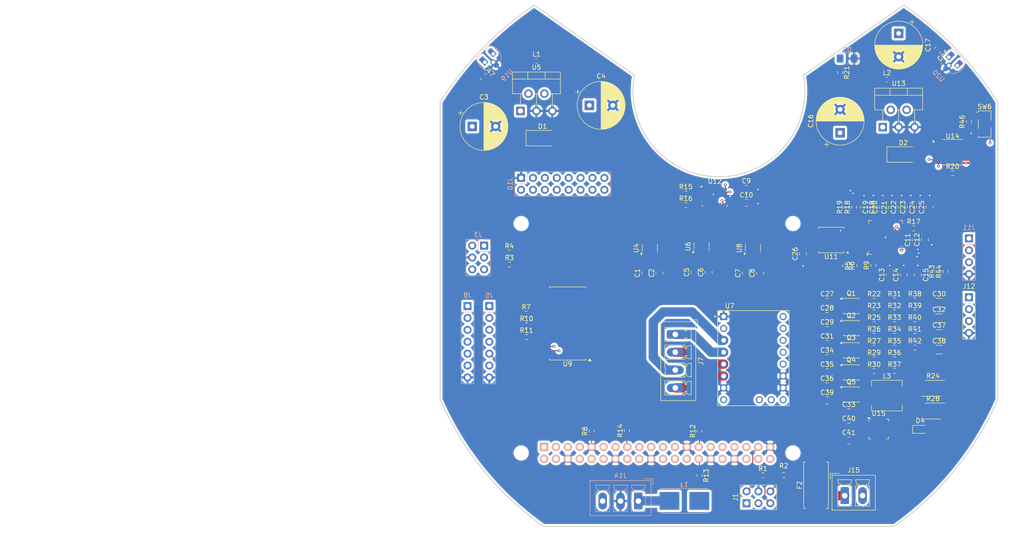
<source format=kicad_pcb>
(kicad_pcb
	(version 20240108)
	(generator "pcbnew")
	(generator_version "8.0")
	(general
		(thickness 1.6)
		(legacy_teardrops no)
	)
	(paper "A4")
	(layers
		(0 "F.Cu" signal)
		(1 "In1.Cu" signal)
		(2 "In2.Cu" signal)
		(31 "B.Cu" signal)
		(32 "B.Adhes" user "B.Adhesive")
		(33 "F.Adhes" user "F.Adhesive")
		(34 "B.Paste" user)
		(35 "F.Paste" user)
		(36 "B.SilkS" user "B.Silkscreen")
		(37 "F.SilkS" user "F.Silkscreen")
		(38 "B.Mask" user)
		(39 "F.Mask" user)
		(40 "Dwgs.User" user "User.Drawings")
		(41 "Cmts.User" user "User.Comments")
		(42 "Eco1.User" user "User.Eco1")
		(43 "Eco2.User" user "User.Eco2")
		(44 "Edge.Cuts" user)
		(45 "Margin" user)
		(46 "B.CrtYd" user "B.Courtyard")
		(47 "F.CrtYd" user "F.Courtyard")
		(48 "B.Fab" user)
		(49 "F.Fab" user)
		(50 "User.1" user)
		(51 "User.2" user)
		(52 "User.3" user)
		(53 "User.4" user)
		(54 "User.5" user)
		(55 "User.6" user)
		(56 "User.7" user)
		(57 "User.8" user)
		(58 "User.9" user)
	)
	(setup
		(stackup
			(layer "F.SilkS"
				(type "Top Silk Screen")
			)
			(layer "F.Paste"
				(type "Top Solder Paste")
			)
			(layer "F.Mask"
				(type "Top Solder Mask")
				(thickness 0.01)
			)
			(layer "F.Cu"
				(type "copper")
				(thickness 0.035)
			)
			(layer "dielectric 1"
				(type "prepreg")
				(thickness 0.1)
				(material "FR4")
				(epsilon_r 4.5)
				(loss_tangent 0.02)
			)
			(layer "In1.Cu"
				(type "copper")
				(thickness 0.035)
			)
			(layer "dielectric 2"
				(type "core")
				(thickness 1.24)
				(material "FR4")
				(epsilon_r 4.5)
				(loss_tangent 0.02)
			)
			(layer "In2.Cu"
				(type "copper")
				(thickness 0.035)
			)
			(layer "dielectric 3"
				(type "prepreg")
				(thickness 0.1)
				(material "FR4")
				(epsilon_r 4.5)
				(loss_tangent 0.02)
			)
			(layer "B.Cu"
				(type "copper")
				(thickness 0.035)
			)
			(layer "B.Mask"
				(type "Bottom Solder Mask")
				(thickness 0.01)
			)
			(layer "B.Paste"
				(type "Bottom Solder Paste")
			)
			(layer "B.SilkS"
				(type "Bottom Silk Screen")
			)
			(copper_finish "None")
			(dielectric_constraints no)
		)
		(pad_to_mask_clearance 0)
		(allow_soldermask_bridges_in_footprints no)
		(pcbplotparams
			(layerselection 0x00010fc_ffffffff)
			(plot_on_all_layers_selection 0x0000000_00000000)
			(disableapertmacros no)
			(usegerberextensions no)
			(usegerberattributes yes)
			(usegerberadvancedattributes yes)
			(creategerberjobfile yes)
			(dashed_line_dash_ratio 12.000000)
			(dashed_line_gap_ratio 3.000000)
			(svgprecision 4)
			(plotframeref no)
			(viasonmask no)
			(mode 1)
			(useauxorigin no)
			(hpglpennumber 1)
			(hpglpenspeed 20)
			(hpglpendiameter 15.000000)
			(pdf_front_fp_property_popups yes)
			(pdf_back_fp_property_popups yes)
			(dxfpolygonmode yes)
			(dxfimperialunits yes)
			(dxfusepcbnewfont yes)
			(psnegative no)
			(psa4output no)
			(plotreference yes)
			(plotvalue yes)
			(plotfptext yes)
			(plotinvisibletext no)
			(sketchpadsonfab no)
			(subtractmaskfromsilk no)
			(outputformat 1)
			(mirror no)
			(drillshape 1)
			(scaleselection 1)
			(outputdirectory "")
		)
	)
	(net 0 "")
	(net 1 "+5V")
	(net 2 "-BATT")
	(net 3 "Net-(M1-+)")
	(net 4 "VBUS")
	(net 5 "Net-(J5-Pin_2)")
	(net 6 "Net-(J8-Pin_2)")
	(net 7 "Net-(U12-CAP)")
	(net 8 "+3.3V")
	(net 9 "Net-(C11-Pad2)")
	(net 10 "Net-(U10-XIN)")
	(net 11 "Net-(U10-VREG_VOUT)")
	(net 12 "Net-(D1-K)")
	(net 13 "Net-(D2-K)")
	(net 14 "Bumper-F-R")
	(net 15 "US-Dist-Echo-Front")
	(net 16 "US-Dist-Trig-Front")
	(net 17 "Bumper-F-L")
	(net 18 "Bumper-B-R")
	(net 19 "US-Dist-Echo-Back")
	(net 20 "US-Dist-Trig-Back")
	(net 21 "Bumper-B-L")
	(net 22 "BottleDoor-UserButton-1")
	(net 23 "BottleDoor-Contact-1")
	(net 24 "BottleDoor-User-LED-1")
	(net 25 "BottleDoor-ServoPWM-1")
	(net 26 "Net-(J7-Pin_3)")
	(net 27 "Net-(J7-Pin_4)")
	(net 28 "Net-(J7-Pin_2)")
	(net 29 "Net-(J7-Pin_1)")
	(net 30 "BottleDoor-UserButton-2")
	(net 31 "BottleDoor-Contact-2")
	(net 32 "BottleDoor-User-LED-2")
	(net 33 "BottleDoor-ServoPWM-2")
	(net 34 "Net-(Q1-G)")
	(net 35 "Net-(Q2-D)")
	(net 36 "unconnected-(J10-Pin_9-Pad9)")
	(net 37 "Net-(U15-ACN)")
	(net 38 "unconnected-(J10-Pin_3-Pad3)")
	(net 39 "unconnected-(J10-Pin_8-Pad8)")
	(net 40 "unconnected-(J10-Pin_10-Pad10)")
	(net 41 "ChargeArm-PowerSwitch")
	(net 42 "unconnected-(U4-~{FLG}-Pad3)")
	(net 43 "unconnected-(U4-GND-Pad2)")
	(net 44 "unconnected-(U6-GND-Pad2)")
	(net 45 "BottleDoor-PowerSwitch-1")
	(net 46 "unconnected-(U6-~{FLG}-Pad3)")
	(net 47 "unconnected-(U8-GND-Pad2)")
	(net 48 "BottleDoor-PowerSwitch-2")
	(net 49 "unconnected-(U8-~{FLG}-Pad3)")
	(net 50 "unconnected-(U9-IO0_3-Pad7)")
	(net 51 "I2C-SCL")
	(net 52 "unconnected-(U9-IO1_0-Pad13)")
	(net 53 "Net-(U15-ACP)")
	(net 54 "unconnected-(U9-IO0_6-Pad10)")
	(net 55 "Net-(U1-GPIO22{slash}SDIO_CLK)")
	(net 56 "unconnected-(U9-IO0_7-Pad11)")
	(net 57 "Net-(U15-VCC)")
	(net 58 "I2C-SDA")
	(net 59 "Net-(Q3-D)")
	(net 60 "unconnected-(U10-GPIO22-Pad34)")
	(net 61 "Net-(U10-XOUT)")
	(net 62 "unconnected-(U10-GPIO18-Pad29)")
	(net 63 "unconnected-(U10-GPIO28_ADC2-Pad40)")
	(net 64 "Motor-SpreadChop")
	(net 65 "Net-(Q3-G)")
	(net 66 "TrackMagnetDetect1")
	(net 67 "Net-(U10-QSPI_SS)")
	(net 68 "TrackMagnetDetect2")
	(net 69 "Motor-EN")
	(net 70 "Net-(U10-USB_DM)")
	(net 71 "Net-(D4-A)")
	(net 72 "Motor-DIAG")
	(net 73 "unconnected-(U10-GPIO13-Pad16)")
	(net 74 "unconnected-(U10-GPIO17-Pad28)")
	(net 75 "unconnected-(U10-GPIO20-Pad31)")
	(net 76 "Net-(U10-QSPI_SD0)")
	(net 77 "unconnected-(U10-GPIO23-Pad35)")
	(net 78 "MotionC-RST")
	(net 79 "Net-(U10-QSPI_SD2)")
	(net 80 "Motor-1Wire-UART")
	(net 81 "unconnected-(U10-GPIO24-Pad36)")
	(net 82 "Net-(U10-QSPI_SD3)")
	(net 83 "Net-(U10-GPIO0)")
	(net 84 "Net-(U10-QSPI_SD1)")
	(net 85 "unconnected-(U10-GPIO19-Pad30)")
	(net 86 "Net-(U10-QSPI_SCLK)")
	(net 87 "Motor-Dir")
	(net 88 "Motor-IDX")
	(net 89 "Net-(U10-USB_DP)")
	(net 90 "unconnected-(U10-GPIO21-Pad32)")
	(net 91 "unconnected-(U10-SWCLK-Pad24)")
	(net 92 "Net-(D4-K)")
	(net 93 "unconnected-(U10-GPIO16-Pad27)")
	(net 94 "unconnected-(U10-SWD-Pad25)")
	(net 95 "Motor-Step")
	(net 96 "unconnected-(U10-GPIO29_ADC3-Pad41)")
	(net 97 "DrivePermission")
	(net 98 "Net-(Q5-D)")
	(net 99 "unconnected-(U12-PIN15-Pad15)")
	(net 100 "unconnected-(U12-PIN22-Pad22)")
	(net 101 "unconnected-(U12-PIN24-Pad24)")
	(net 102 "unconnected-(U12-BL_IND-Pad10)")
	(net 103 "unconnected-(U12-XIN32-Pad27)")
	(net 104 "Net-(U12-~{BOOT_LOAD_PIN})")
	(net 105 "unconnected-(U12-PIN23-Pad23)")
	(net 106 "Net-(U12-~{RESET})")
	(net 107 "unconnected-(U12-PIN12-Pad12)")
	(net 108 "unconnected-(U12-PIN7-Pad7)")
	(net 109 "unconnected-(U12-PIN1-Pad1)")
	(net 110 "unconnected-(U12-PIN13-Pad13)")
	(net 111 "IMU-INT")
	(net 112 "unconnected-(U12-PIN21-Pad21)")
	(net 113 "unconnected-(U12-PIN8-Pad8)")
	(net 114 "unconnected-(U12-XOUT32-Pad26)")
	(net 115 "unconnected-(U12-PIN16-Pad16)")
	(net 116 "Net-(U15-SRN)")
	(net 117 "PowerMonAlert")
	(net 118 "Net-(U15-SRP)")
	(net 119 "unconnected-(U14-NC-Pad13)")
	(net 120 "Net-(C37-Pad1)")
	(net 121 "Net-(C39-Pad2)")
	(net 122 "Net-(U15-TTC)")
	(net 123 "VCC")
	(net 124 "Net-(D3-A)")
	(net 125 "/DATA")
	(net 126 "unconnected-(J10-Pin_12-Pad12)")
	(net 127 "/RST")
	(net 128 "unconnected-(J10-Pin_11-Pad11)")
	(net 129 "/DC")
	(net 130 "unconnected-(J10-Pin_7-Pad7)")
	(net 131 "/CLK")
	(net 132 "unconnected-(J10-Pin_6-Pad6)")
	(net 133 "/CS")
	(net 134 "unconnected-(J10-Pin_13-Pad13)")
	(net 135 "USB_D-")
	(net 136 "USB_D+")
	(net 137 "unconnected-(J11-Pin_1-Pad1)")
	(net 138 "Net-(L3-Pad2)")
	(net 139 "+VDC")
	(net 140 "Net-(Q2-S-Pad1)")
	(net 141 "Net-(Q4-G)")
	(net 142 "Net-(Q5-G)")
	(net 143 "MotionC-BootOpt")
	(net 144 "Net-(U10-GPIO25)")
	(net 145 "Net-(U15-~{ACDRV})")
	(net 146 "Net-(U15-~{BATDRV})")
	(net 147 "ChargerStat1")
	(net 148 "ChargerStat2")
	(net 149 "ChargerStatPG")
	(net 150 "Net-(U15-ISET2)")
	(net 151 "Net-(U15-ISET1)")
	(net 152 "Net-(U15-ACSET)")
	(net 153 "+BATT")
	(net 154 "Net-(U15-TS)")
	(net 155 "I2C-SDA-MC")
	(net 156 "I2C-SCL-MC")
	(net 157 "Net-(SW6-A)")
	(net 158 "Net-(U14-VBUS)")
	(net 159 "unconnected-(U1-SDA_I2C1{slash}GPIO02-Pad3)")
	(net 160 "unconnected-(U1-3V3-Pad1)")
	(net 161 "unconnected-(U1-~{CE1}_SPI0{slash}GPIO07-Pad26)")
	(net 162 "Net-(SW6-B)")
	(net 163 "unconnected-(U1-SCL_I2C1{slash}GPIO03-Pad5)")
	(net 164 "unconnected-(U1-GPIO15{slash}UART_RXD-Pad10)")
	(net 165 "ChargeArm-ServoPWM")
	(net 166 "unconnected-(U1-GPCLK2{slash}GPIO06-Pad31)")
	(net 167 "unconnected-(U1-MISO_SPI0{slash}GPIO09-Pad21)")
	(net 168 "unconnected-(U1-3V3-Pad1)_1")
	(net 169 "unconnected-(U7-PDN-Pad11)")
	(net 170 "unconnected-(U1-GPIO16{slash}SPI1_~{CE2}-Pad36)")
	(net 171 "Net-(F1-Pad1)")
	(net 172 "Net-(Q1-D)")
	(net 173 "Earth")
	(net 174 "Net-(J14-Pin_3)")
	(footprint "Package_TO_SOT_SMD:SOT-23-5_HandSoldering" (layer "F.Cu") (at 119.4 89 90))
	(footprint "Capacitor_SMD:C_0805_2012Metric" (layer "F.Cu") (at 109.95 94.15 90))
	(footprint "Resistor_SMD:R_0603_1608Metric_Pad0.98x0.95mm_HandSolder" (layer "F.Cu") (at 67.4125 89.99))
	(footprint "Capacitor_SMD:C_0805_2012Metric" (layer "F.Cu") (at 154.6 94.7125 -90))
	(footprint "Inductor_SMD:L_0603_1608Metric" (layer "F.Cu") (at 148 53))
	(footprint "Diode_SMD:D_SMA" (layer "F.Cu") (at 151.5 69))
	(footprint "Package_SO:SOIC-8_5.23x5.23mm_P1.27mm" (layer "F.Cu") (at 136.1 87.2625 180))
	(footprint "Capacitor_THT:CP_Radial_D10.0mm_P5.00mm" (layer "F.Cu") (at 59.5 63))
	(footprint "Connector_Phoenix_MC:PhoenixContact_MCV_1,5_4-G-3.81_1x04_P3.81mm_Vertical" (layer "F.Cu") (at 102.84 107.42 -90))
	(footprint "Resistor_SMD:R_0603_1608Metric_Pad0.98x0.95mm_HandSolder" (layer "F.Cu") (at 71.0875 108))
	(footprint "Capacitor_SMD:C_1206_3216Metric_Pad1.33x1.80mm_HandSolder" (layer "F.Cu") (at 159.13 100.63))
	(footprint "Package_TO_SOT_SMD:SOT-23-5_HandSoldering" (layer "F.Cu") (at 108.45 88.65 90))
	(footprint "Capacitor_SMD:C_0805_2012Metric" (layer "F.Cu") (at 118 76.3275))
	(footprint "Resistor_SMD:R_0603_1608Metric_Pad0.98x0.95mm_HandSolder" (layer "F.Cu") (at 153.95 105.23))
	(footprint "Resistor_SMD:R_0603_1608Metric_Pad0.98x0.95mm_HandSolder" (layer "F.Cu") (at 105.0875 77.3275))
	(footprint "Capacitor_SMD:C_0805_2012Metric" (layer "F.Cu") (at 135.23 106.48))
	(footprint "Package_SO:Vishay_PowerPAK_1212-8_Single" (layer "F.Cu") (at 140.37 115.55))
	(footprint "Capacitor_SMD:C_0805_2012Metric" (layer "F.Cu") (at 118 79.3375))
	(footprint "Package_DFN_QFN:VQFN-24-1EP_4x4mm_P0.5mm_EP2.45x2.45mm" (layer "F.Cu") (at 146.23 127.63))
	(footprint "Capacitor_SMD:C_0805_2012Metric" (layer "F.Cu") (at 117.9 94.35 90))
	(footprint "Inductor_SMD:L_0603_1608Metric" (layer "F.Cu") (at 73.2125 49))
	(footprint "Capacitor_SMD:C_0805_2012Metric" (layer "F.Cu") (at 61.828249 52.328249 -45))
	(footprint "Package_TO_SOT_THT:TO-220-5_P3.4x3.7mm_StaggerOdd_Lead3.8mm_Vertical" (layer "F.Cu") (at 147.1 63.15))
	(footprint "Capacitor_SMD:C_0805_2012Metric" (layer "F.Cu") (at 147.1 80.262501 90))
	(footprint "Capacitor_SMD:C_0805_2012Metric" (layer "F.Cu") (at 145.1 80.262501 90))
	(footprint "Package_TO_SOT_THT:TO-220-5_P3.4x3.7mm_StaggerOdd_Lead3.8mm_Vertical" (layer "F.Cu") (at 69.8 59.7))
	(footprint "Resistor_SMD:R_0603_1608Metric_Pad0.98x0.95mm_HandSolder" (layer "F.Cu") (at 145.25 112.76))
	(footprint "Capacitor_SMD:C_0805_2012Metric"
		(layer "F.Cu")
		(uuid "3c9da93b-caf9-409e-936b-3239a70b9f44")
		(at 96.44 94.3 90)
		(descr "Capacitor SMD 0805 (2012 Metric), square (rectangular) end terminal, IPC_7351 nominal, (Body size source: IPC-SM-782 page 76, https://www.pcb-3d.com/wordpress/wp-content/uploads/ipc-sm-782a_amendment_1_and_2.pdf, https://docs.google.com/spreadsheets/d/1BsfQQcO9C6DZCsRaXUlFlo91Tg2WpOkGARC1WS5S8t0/edit?usp=sharing), generated with kicad-footprint-generator")
		(tags "capacitor")
		(property "Reference" "C1"
			(at 0 -1.68 90)
			(layer "F.SilkS")
			(uuid "80f6ffca-f442-4c09-98f2-263c74feadec")
			(effects
				(font
					(size 1 1)
					(thickness 0.15)
				)
			)
		)
		(property "Value" "1uF"
			(at 0 1.68 90)
			(layer "F.Fab")
			(uuid "d00fe38c-cff4-48b3-94df-42619d31cfc1")
			(effects
				(font
					(size 1 1)
					(thickness 0.15)
				)
			)
		)
		(property "Footprint" "Capacitor_SMD:C_0805_2012Metric"
			(at 0 0 90)
			(unlocked yes)
			(layer "F.Fab")
			(hide yes)
			(uuid "86fe0a4e-cc7d-45e9-8498-227d90bd052b")
			(effects
				(font
					(size 1.27 1.27)
					(thickness 0.15)
				)
			)
		)
		(property "Datasheet" ""
			(at 0 0 90)
			(unlocked yes)
			(layer "F.Fab")
			(hide yes)
			(uuid "a582a50e-5f8e-4b1e-b0bc-87615523f7a0")
			(effects
				(font
					(size 1.27 1.27)
					(thickness 0.15)
				)
			)
		)
		(property "Description" "Unpolarized capacitor"
			(at 0 0 90)
			(unlocked yes)
			(layer "F.Fab")
			(hide yes)
			(uuid "a5054d2d-113d-40a1-a288-9e569dbb8fb3")
			(effects
				(font
					(size 1.27 1.27)
					(thickness 0.15)
				)
			)
		)
		(property ki_fp_filters "C_*")
		(path "/5575e57d-95b3-44ed-9720-2ea977f2eee0")
		(sheetname "Stammblatt")
		(sheetfile "monorail.kicad_sch")
		(attr smd)
		(fp_line
			(start -0.261252 -0.735)
			(end 0.261252 -0.735)
			(stroke
				(width 0.12)
				(type solid)
			)
			(layer "F.SilkS")
			(uuid "98840369-e919-4de1-86f7-9ac3705311ff")
		)
		(fp_line
			(start -0.261252 0.735)
			(end 0.261252 0.735)
			(stroke
				(width 0.12)
				(type solid)
			)
			(layer "F.SilkS")
			(uuid "d6310f8d-acd5-4419-8476-4c356bdf7b58")
		)
		(fp_line
			(start 1.7 -0.98)
			(end 1.7 0.98)
			(stroke
				(width 0.05)
				(type solid)
			)
			(layer "F.CrtYd")
			(uuid "036b47
... [968531 chars truncated]
</source>
